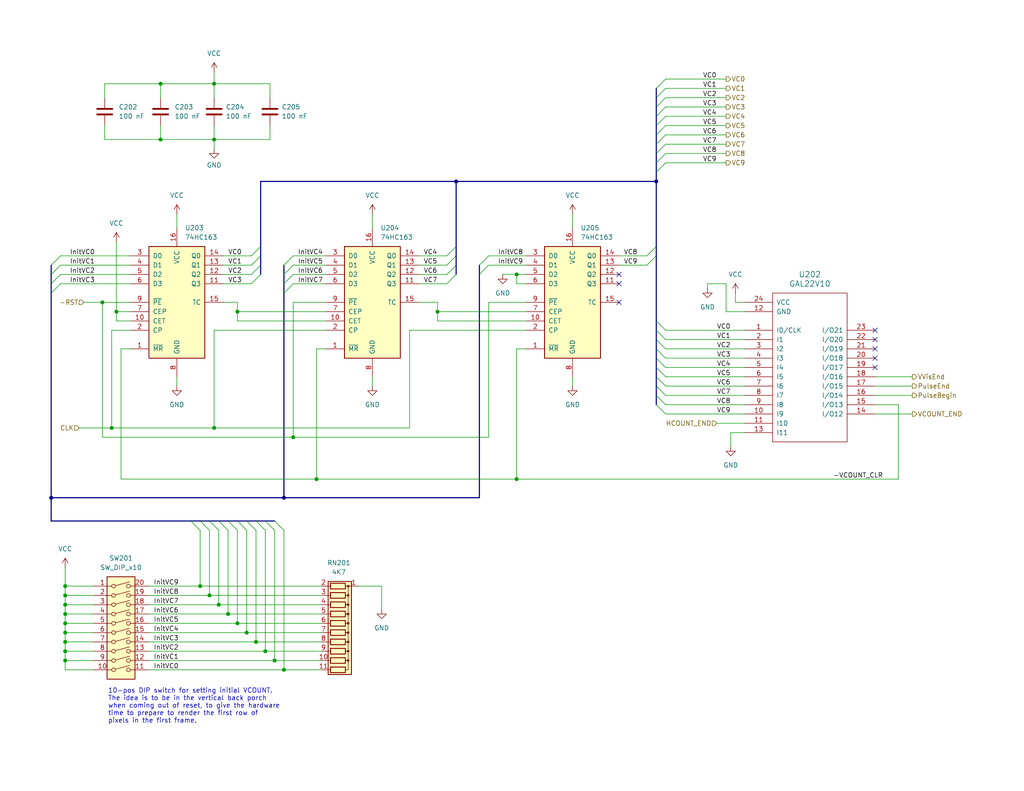
<source format=kicad_sch>
(kicad_sch (version 20231120) (generator "eeschema") (generator_version "8.0")
  (paper "USLetter")
  (title_block (title "Vertical count") (company "daveho hacks"))
  (lib_symbols
    (symbol "74xx:74LS163" (pin_names (offset 1.016))
      (property "Reference" "U" (at -7.62 16.51 0))
      (property "Value" "74LS163" (at -7.62 -16.51 0))
      (symbol "74LS163_1_0"
        (pin input line (at -12.7 -12.7 0) (length 5.08) (name "~{MR}") (number "1"))
        (pin input line (at -12.7 -5.08 0) (length 5.08) (name "CET") (number "10"))
        (pin output line (at 12.7 5.08 180) (length 5.08) (name "Q3") (number "11"))
        (pin output line (at 12.7 7.62 180) (length 5.08) (name "Q2") (number "12"))
        (pin output line (at 12.7 10.16 180) (length 5.08) (name "Q1") (number "13"))
        (pin output line (at 12.7 12.7 180) (length 5.08) (name "Q0") (number "14"))
        (pin output line (at 12.7 0 180) (length 5.08) (name "TC") (number "15"))
        (pin power_in line (at 0 20.32 270) (length 5.08) (name "VCC") (number "16"))
        (pin input line (at -12.7 -7.62 0) (length 5.08) (name "CP") (number "2"))
        (pin input line (at -12.7 12.7 0) (length 5.08) (name "D0") (number "3"))
        (pin input line (at -12.7 10.16 0) (length 5.08) (name "D1") (number "4"))
        (pin input line (at -12.7 7.62 0) (length 5.08) (name "D2") (number "5"))
        (pin input line (at -12.7 5.08 0) (length 5.08) (name "D3") (number "6"))
        (pin input line (at -12.7 -2.54 0) (length 5.08) (name "CEP") (number "7"))
        (pin power_in line (at 0 -20.32 90) (length 5.08) (name "GND") (number "8"))
        (pin input line (at -12.7 0 0) (length 5.08) (name "~{PE}") (number "9"))
      )
      (symbol "74LS163_1_1"
        (rectangle (start -7.62 15.24) (end 7.62 -15.24) (stroke (width 0.254)) (fill (type background)))
      )
    )
    (symbol "Device:C" (pin_numbers hide) (pin_names (offset 0.254))
      (property "Reference" "C" (at 0.635 2.54 0))
      (property "Value" "C" (at 0.635 -2.54 0))
      (symbol "C_0_1"
        (polyline (pts (xy -2.032 -0.762) (xy 2.032 -0.762)) (stroke (width 0.508)))
        (polyline (pts (xy -2.032 0.762) (xy 2.032 0.762)) (stroke (width 0.508)))
      )
      (symbol "C_1_1"
        (pin passive line (at 0 3.81 270) (length 2.794) (name "~") (number "1"))
        (pin passive line (at 0 -3.81 90) (length 2.794) (name "~") (number "2"))
      )
    )
    (symbol "Device:R_Network10" (pin_names (offset 0) hide)
      (property "Reference" "RN" (at -15.24 0 90))
      (property "Value" "R_Network10" (at 12.7 0 90))
      (symbol "R_Network10_0_1"
        (rectangle (start -13.97 -3.175) (end 11.43 3.175) (stroke (width 0.254)) (fill (type background)))
        (rectangle (start -13.462 1.524) (end -11.938 -2.54) (stroke (width 0.254)))
        (circle (center -12.7 2.286) (radius 0.254) (fill (type outline)))
        (rectangle (start -10.922 1.524) (end -9.398 -2.54) (stroke (width 0.254)))
        (circle (center -10.16 2.286) (radius 0.254) (fill (type outline)))
        (rectangle (start -8.382 1.524) (end -6.858 -2.54) (stroke (width 0.254)))
        (circle (center -7.62 2.286) (radius 0.254) (fill (type outline)))
        (rectangle (start -5.842 1.524) (end -4.318 -2.54) (stroke (width 0.254)))
        (circle (center -5.08 2.286) (radius 0.254) (fill (type outline)))
        (rectangle (start -3.302 1.524) (end -1.778 -2.54) (stroke (width 0.254)))
        (circle (center -2.54 2.286) (radius 0.254) (fill (type outline)))
        (rectangle (start -0.762 1.524) (end 0.762 -2.54) (stroke (width 0.254)))
        (polyline (pts (xy -12.7 -2.54) (xy -12.7 -3.81)))
        (polyline (pts (xy -10.16 -2.54) (xy -10.16 -3.81)))
        (polyline (pts (xy -7.62 -2.54) (xy -7.62 -3.81)))
        (polyline (pts (xy -5.08 -2.54) (xy -5.08 -3.81)))
        (polyline (pts (xy -2.54 -2.54) (xy -2.54 -3.81)))
        (polyline (pts (xy 0 -2.54) (xy 0 -3.81)))
        (polyline (pts (xy 2.54 -2.54) (xy 2.54 -3.81)))
        (polyline (pts (xy 5.08 -2.54) (xy 5.08 -3.81)))
        (polyline (pts (xy 7.62 -2.54) (xy 7.62 -3.81)))
        (polyline (pts (xy 10.16 -2.54) (xy 10.16 -3.81)))
        (polyline (pts (xy -12.7 1.524) (xy -12.7 2.286) (xy -10.16 2.286) (xy -10.16 1.524)))
        (polyline (pts (xy -10.16 1.524) (xy -10.16 2.286) (xy -7.62 2.286) (xy -7.62 1.524)))
        (polyline (pts (xy -7.62 1.524) (xy -7.62 2.286) (xy -5.08 2.286) (xy -5.08 1.524)))
        (polyline (pts (xy -5.08 1.524) (xy -5.08 2.286) (xy -2.54 2.286) (xy -2.54 1.524)))
        (polyline (pts (xy -2.54 1.524) (xy -2.54 2.286) (xy 0 2.286) (xy 0 1.524)))
        (polyline (pts (xy 0 1.524) (xy 0 2.286) (xy 2.54 2.286) (xy 2.54 1.524)))
        (polyline (pts (xy 2.54 1.524) (xy 2.54 2.286) (xy 5.08 2.286) (xy 5.08 1.524)))
        (polyline (pts (xy 5.08 1.524) (xy 5.08 2.286) (xy 7.62 2.286) (xy 7.62 1.524)))
        (polyline (pts (xy 7.62 1.524) (xy 7.62 2.286) (xy 10.16 2.286) (xy 10.16 1.524)))
        (circle (center 0 2.286) (radius 0.254) (fill (type outline)))
        (rectangle (start 1.778 1.524) (end 3.302 -2.54) (stroke (width 0.254)))
        (circle (center 2.54 2.286) (radius 0.254) (fill (type outline)))
        (rectangle (start 4.318 1.524) (end 5.842 -2.54) (stroke (width 0.254)))
        (circle (center 5.08 2.286) (radius 0.254) (fill (type outline)))
        (rectangle (start 6.858 1.524) (end 8.382 -2.54) (stroke (width 0.254)))
        (circle (center 7.62 2.286) (radius 0.254) (fill (type outline)))
        (rectangle (start 9.398 1.524) (end 10.922 -2.54) (stroke (width 0.254)))
      )
      (symbol "R_Network10_1_1"
        (pin passive line (at -12.7 5.08 270) (length 2.54) (name "common") (number "1"))
        (pin passive line (at 7.62 -5.08 90) (length 1.27) (name "R9") (number "10"))
        (pin passive line (at 10.16 -5.08 90) (length 1.27) (name "R10") (number "11"))
        (pin passive line (at -12.7 -5.08 90) (length 1.27) (name "R1") (number "2"))
        (pin passive line (at -10.16 -5.08 90) (length 1.27) (name "R2") (number "3"))
        (pin passive line (at -7.62 -5.08 90) (length 1.27) (name "R3") (number "4"))
        (pin passive line (at -5.08 -5.08 90) (length 1.27) (name "R4") (number "5"))
        (pin passive line (at -2.54 -5.08 90) (length 1.27) (name "R5") (number "6"))
        (pin passive line (at 0 -5.08 90) (length 1.27) (name "R6") (number "7"))
        (pin passive line (at 2.54 -5.08 90) (length 1.27) (name "R7") (number "8"))
        (pin passive line (at 5.08 -5.08 90) (length 1.27) (name "R8") (number "9"))
      )
    )
    (symbol "GND_1" (power) (pin_numbers hide) (pin_names (offset 0) hide)
      (property "Value" "GND" (at 0 -3.81 0))
      (symbol "GND_1_0_1"
        (polyline (pts (xy 0 0) (xy 0 -1.27) (xy 1.27 -1.27) (xy 0 -2.54) (xy -1.27 -1.27) (xy 0 -1.27)))
      )
      (symbol "GND_1_1_1"
        (pin power_in line (at 0 0 270) (length 0) (name "~") (number "1"))
      )
    )
    (symbol "GND_2" (power) (pin_numbers hide) (pin_names (offset 0) hide)
      (property "Value" "GND" (at 0 -3.81 0))
      (symbol "GND_2_0_1"
        (polyline (pts (xy 0 0) (xy 0 -1.27) (xy 1.27 -1.27) (xy 0 -2.54) (xy -1.27 -1.27) (xy 0 -1.27)))
      )
      (symbol "GND_2_1_1"
        (pin power_in line (at 0 0 270) (length 0) (name "~") (number "1"))
      )
    )
    (symbol "GND_3" (power) (pin_numbers hide) (pin_names (offset 0) hide)
      (property "Value" "GND" (at 0 -3.81 0))
      (symbol "GND_3_0_1"
        (polyline (pts (xy 0 0) (xy 0 -1.27) (xy 1.27 -1.27) (xy 0 -2.54) (xy -1.27 -1.27) (xy 0 -1.27)))
      )
      (symbol "GND_3_1_1"
        (pin power_in line (at 0 0 270) (length 0) (name "~") (number "1"))
      )
    )
    (symbol "GND_4" (power) (pin_numbers hide) (pin_names (offset 0) hide)
      (property "Value" "GND" (at 0 -3.81 0))
      (symbol "GND_4_0_1"
        (polyline (pts (xy 0 0) (xy 0 -1.27) (xy 1.27 -1.27) (xy 0 -2.54) (xy -1.27 -1.27) (xy 0 -1.27)))
      )
      (symbol "GND_4_1_1"
        (pin power_in line (at 0 0 270) (length 0) (name "~") (number "1"))
      )
    )
    (symbol "Switch:SW_DIP_x10" (pin_names (offset 0) hide)
      (property "Reference" "SW" (at 0 16.51 0))
      (property "Value" "SW_DIP_x10" (at 0 -13.97 0))
      (symbol "SW_DIP_x10_0_0"
        (circle (center -2.032 -10.16) (radius 0.508))
        (circle (center -2.032 -7.62) (radius 0.508))
        (circle (center -2.032 -5.08) (radius 0.508))
        (circle (center -2.032 -2.54) (radius 0.508))
        (circle (center -2.032 0) (radius 0.508))
        (circle (center -2.032 2.54) (radius 0.508))
        (circle (center -2.032 5.08) (radius 0.508))
        (circle (center -2.032 7.62) (radius 0.508))
        (circle (center -2.032 10.16) (radius 0.508))
        (circle (center -2.032 12.7) (radius 0.508))
        (polyline (pts (xy -1.524 -10.0076) (xy 2.3622 -8.9662)))
        (polyline (pts (xy -1.524 -7.4676) (xy 2.3622 -6.4262)))
        (polyline (pts (xy -1.524 -4.9276) (xy 2.3622 -3.8862)))
        (polyline (pts (xy -1.524 -2.3876) (xy 2.3622 -1.3462)))
        (polyline (pts (xy -1.524 0.127) (xy 2.3622 1.1684)))
        (polyline (pts (xy -1.524 2.667) (xy 2.3622 3.7084)))
        (polyline (pts (xy -1.524 5.207) (xy 2.3622 6.2484)))
        (polyline (pts (xy -1.524 7.747) (xy 2.3622 8.7884)))
        (polyline (pts (xy -1.524 10.287) (xy 2.3622 11.3284)))
        (polyline (pts (xy -1.524 12.827) (xy 2.3622 13.8684)))
        (circle (center 2.032 -10.16) (radius 0.508))
        (circle (center 2.032 -7.62) (radius 0.508))
        (circle (center 2.032 -5.08) (radius 0.508))
        (circle (center 2.032 -2.54) (radius 0.508))
        (circle (center 2.032 0) (radius 0.508))
        (circle (center 2.032 2.54) (radius 0.508))
        (circle (center 2.032 5.08) (radius 0.508))
        (circle (center 2.032 7.62) (radius 0.508))
        (circle (center 2.032 10.16) (radius 0.508))
        (circle (center 2.032 12.7) (radius 0.508))
      )
      (symbol "SW_DIP_x10_0_1"
        (rectangle (start -3.81 15.24) (end 3.81 -12.7) (stroke (width 0.254)) (fill (type background)))
      )
      (symbol "SW_DIP_x10_1_1"
        (pin passive line (at -7.62 12.7 0) (length 5.08) (name "~") (number "1"))
        (pin passive line (at -7.62 -10.16 0) (length 5.08) (name "~") (number "10"))
        (pin passive line (at 7.62 -10.16 180) (length 5.08) (name "~") (number "11"))
        (pin passive line (at 7.62 -7.62 180) (length 5.08) (name "~") (number "12"))
        (pin passive line (at 7.62 -5.08 180) (length 5.08) (name "~") (number "13"))
        (pin passive line (at 7.62 -2.54 180) (length 5.08) (name "~") (number "14"))
        (pin passive line (at 7.62 0 180) (length 5.08) (name "~") (number "15"))
        (pin passive line (at 7.62 2.54 180) (length 5.08) (name "~") (number "16"))
        (pin passive line (at 7.62 5.08 180) (length 5.08) (name "~") (number "17"))
        (pin passive line (at 7.62 7.62 180) (length 5.08) (name "~") (number "18"))
        (pin passive line (at 7.62 10.16 180) (length 5.08) (name "~") (number "19"))
        (pin passive line (at -7.62 10.16 0) (length 5.08) (name "~") (number "2"))
        (pin passive line (at 7.62 12.7 180) (length 5.08) (name "~") (number "20"))
        (pin passive line (at -7.62 7.62 0) (length 5.08) (name "~") (number "3"))
        (pin passive line (at -7.62 5.08 0) (length 5.08) (name "~") (number "4"))
        (pin passive line (at -7.62 2.54 0) (length 5.08) (name "~") (number "5"))
        (pin passive line (at -7.62 0 0) (length 5.08) (name "~") (number "6"))
        (pin passive line (at -7.62 -2.54 0) (length 5.08) (name "~") (number "7"))
        (pin passive line (at -7.62 -5.08 0) (length 5.08) (name "~") (number "8"))
        (pin passive line (at -7.62 -7.62 0) (length 5.08) (name "~") (number "9"))
      )
    )
    (symbol "VCC_1" (power) (pin_numbers hide) (pin_names (offset 0) hide)
      (property "Value" "VCC" (at 0 3.556 0))
      (symbol "VCC_1_0_1"
        (polyline (pts (xy -0.762 1.27) (xy 0 2.54)))
        (polyline (pts (xy 0 0) (xy 0 2.54)))
        (polyline (pts (xy 0 2.54) (xy 0.762 1.27)))
      )
      (symbol "VCC_1_1_1"
        (pin power_in line (at 0 0 90) (length 0) (name "~") (number "1"))
      )
    )
    (symbol "VCC_2" (power) (pin_numbers hide) (pin_names (offset 0) hide)
      (property "Value" "VCC" (at 0 3.556 0))
      (symbol "VCC_2_0_1"
        (polyline (pts (xy -0.762 1.27) (xy 0 2.54)))
        (polyline (pts (xy 0 0) (xy 0 2.54)))
        (polyline (pts (xy 0 2.54) (xy 0.762 1.27)))
      )
      (symbol "VCC_2_1_1"
        (pin power_in line (at 0 0 90) (length 0) (name "~") (number "1"))
      )
    )
    (symbol "power:GND" (power) (pin_names (offset 0))
      (property "Value" "GND" (at 0 -3.81 0))
      (symbol "GND_0_1"
        (polyline (pts (xy 0 0) (xy 0 -1.27) (xy 1.27 -1.27) (xy 0 -2.54) (xy -1.27 -1.27) (xy 0 -1.27)))
      )
      (symbol "GND_1_1"
        (pin power_in line (at 0 0 270) (length 0) hide (name "GND") (number "1"))
      )
    )
    (symbol "power:VCC" (power) (pin_names (offset 0))
      (property "Value" "VCC" (at 0 3.81 0))
      (symbol "VCC_0_1"
        (polyline (pts (xy -0.762 1.27) (xy 0 2.54)))
        (polyline (pts (xy 0 0) (xy 0 2.54)))
        (polyline (pts (xy 0 2.54) (xy 0.762 1.27)))
      )
      (symbol "VCC_1_1"
        (pin power_in line (at 0 0 90) (length 0) hide (name "VCC") (number "1"))
      )
    )
    (symbol "ya68k:GAL22V10" (pin_names (offset 1.016))
      (property "Reference" "U" (at -1.27 20.32 0))
      (property "Value" "GAL22V10" (at 0 -24.13 0))
      (symbol "GAL22V10_0_1"
        (rectangle (start -10.16 19.05) (end 10.16 -21.59))
      )
      (symbol "GAL22V10_1_1"
        (pin input line (at -17.78 8.89 0) (length 7.62) (name "I0/CLK") (number "1"))
        (pin input line (at -17.78 -13.97 0) (length 7.62) (name "I9") (number "10"))
        (pin input line (at -17.78 -16.51 0) (length 7.62) (name "I10") (number "11"))
        (pin power_in line (at -17.78 13.97 0) (length 7.62) (name "GND") (number "12"))
        (pin input line (at -17.78 -19.05 0) (length 7.62) (name "I11") (number "13"))
        (pin bidirectional line (at 17.78 -13.97 180) (length 7.62) (name "I/O12") (number "14"))
        (pin bidirectional line (at 17.78 -11.43 180) (length 7.62) (name "I/O13") (number "15"))
        (pin bidirectional line (at 17.78 -8.89 180) (length 7.62) (name "I/O14") (number "16"))
        (pin bidirectional line (at 17.78 -6.35 180) (length 7.62) (name "I/O15") (number "17"))
        (pin bidirectional line (at 17.78 -3.81 180) (length 7.62) (name "I/O16") (number "18"))
        (pin bidirectional line (at 17.78 -1.27 180) (length 7.62) (name "I/O17") (number "19"))
        (pin input line (at -17.78 6.35 0) (length 7.62) (name "I1") (number "2"))
        (pin bidirectional line (at 17.78 1.27 180) (length 7.62) (name "I/O18") (number "20"))
        (pin bidirectional line (at 17.78 3.81 180) (length 7.62) (name "I/O19") (number "21"))
        (pin bidirectional line (at 17.78 6.35 180) (length 7.62) (name "I/O20") (number "22"))
        (pin bidirectional line (at 17.78 8.89 180) (length 7.62) (name "I/O21") (number "23"))
        (pin power_in line (at -17.78 16.51 0) (length 7.62) (name "VCC") (number "24"))
        (pin input line (at -17.78 3.81 0) (length 7.62) (name "I2") (number "3"))
        (pin input line (at -17.78 1.27 0) (length 7.62) (name "I3") (number "4"))
        (pin input line (at -17.78 -1.27 0) (length 7.62) (name "I4") (number "5"))
        (pin input line (at -17.78 -3.81 0) (length 7.62) (name "I5") (number "6"))
        (pin input line (at -17.78 -6.35 0) (length 7.62) (name "I6") (number "7"))
        (pin input line (at -17.78 -8.89 0) (length 7.62) (name "I7") (number "8"))
        (pin input line (at -17.78 -11.43 0) (length 7.62) (name "I8") (number "9"))
      )
    )
  )
  (junction (at 179.07 49.53))
  (junction (at 58.42 22.86))
  (junction (at 69.85 175.26))
  (junction (at 17.78 170.18))
  (junction (at 124.46 49.53))
  (junction (at 64.77 85.09))
  (junction (at 140.97 74.93))
  (junction (at 17.78 165.1))
  (junction (at 59.69 165.1))
  (junction (at 43.815 22.86))
  (junction (at 17.78 172.72))
  (junction (at 86.36 130.81))
  (junction (at 13.97 135.89))
  (junction (at 30.48 116.84))
  (junction (at 62.23 167.64))
  (junction (at 17.78 177.8))
  (junction (at 72.39 177.8))
  (junction (at 67.31 172.72))
  (junction (at 43.815 38.1))
  (junction (at 119.38 85.09))
  (junction (at 64.77 170.18))
  (junction (at 58.42 116.84))
  (junction (at 74.93 180.34))
  (junction (at 80.01 119.38))
  (junction (at 17.78 162.56))
  (junction (at 57.15 162.56))
  (junction (at 140.97 130.81))
  (junction (at 17.78 160.02))
  (junction (at 17.78 175.26))
  (junction (at 77.47 182.88))
  (junction (at 17.78 180.34))
  (junction (at 27.94 82.55))
  (junction (at 77.47 135.89))
  (junction (at 54.61 160.02))
  (junction (at 31.75 85.09))
  (junction (at 17.78 167.64))
  (junction (at 58.42 38.1))
  (no_connect (at 238.76 92.71))
  (no_connect (at 168.91 82.55))
  (no_connect (at 168.91 77.47))
  (no_connect (at 238.76 100.33))
  (no_connect (at 168.91 74.93))
  (no_connect (at 238.76 97.79))
  (no_connect (at 238.76 95.25))
  (no_connect (at 238.76 90.17))
  (bus_entry (at 77.47 77.47) (size 2.54 -2.54))
  (bus_entry (at 179.07 105.41) (size 2.54 2.54))
  (bus_entry (at 77.47 74.93) (size 2.54 -2.54))
  (bus_entry (at 179.07 46.99) (size 2.54 -2.54))
  (bus_entry (at 130.81 74.93) (size 2.54 -2.54))
  (bus_entry (at 179.07 97.79) (size 2.54 2.54))
  (bus_entry (at 179.07 41.91) (size 2.54 -2.54))
  (bus_entry (at 62.23 142.24) (size 2.54 2.54))
  (bus_entry (at 52.07 142.24) (size 2.54 2.54))
  (bus_entry (at 179.07 110.49) (size 2.54 2.54))
  (bus_entry (at 72.39 142.24) (size 2.54 2.54))
  (bus_entry (at 64.77 142.24) (size 2.54 2.54))
  (bus_entry (at 179.07 36.83) (size 2.54 -2.54))
  (bus_entry (at 179.07 24.13) (size 2.54 -2.54))
  (bus_entry (at 68.58 69.85) (size 2.54 -2.54))
  (bus_entry (at 121.92 77.47) (size 2.54 -2.54))
  (bus_entry (at 179.07 90.17) (size 2.54 2.54))
  (bus_entry (at 77.47 72.39) (size 2.54 -2.54))
  (bus_entry (at 179.07 29.21) (size 2.54 -2.54))
  (bus_entry (at 74.93 142.24) (size 2.54 2.54))
  (bus_entry (at 179.07 31.75) (size 2.54 -2.54))
  (bus_entry (at 179.07 107.95) (size 2.54 2.54))
  (bus_entry (at 179.07 34.29) (size 2.54 -2.54))
  (bus_entry (at 121.92 72.39) (size 2.54 -2.54))
  (bus_entry (at 13.97 77.47) (size 2.54 -2.54))
  (bus_entry (at 179.07 39.37) (size 2.54 -2.54))
  (bus_entry (at 179.07 26.67) (size 2.54 -2.54))
  (bus_entry (at 179.07 87.63) (size 2.54 2.54))
  (bus_entry (at 121.92 69.85) (size 2.54 -2.54))
  (bus_entry (at 59.69 142.24) (size 2.54 2.54))
  (bus_entry (at 68.58 72.39) (size 2.54 -2.54))
  (bus_entry (at 77.47 80.01) (size 2.54 -2.54))
  (bus_entry (at 69.85 142.24) (size 2.54 2.54))
  (bus_entry (at 179.07 102.87) (size 2.54 2.54))
  (bus_entry (at 130.81 72.39) (size 2.54 -2.54))
  (bus_entry (at 54.61 142.24) (size 2.54 2.54))
  (bus_entry (at 176.53 72.39) (size 2.54 -2.54))
  (bus_entry (at 179.07 44.45) (size 2.54 -2.54))
  (bus_entry (at 57.15 142.24) (size 2.54 2.54))
  (bus_entry (at 121.92 74.93) (size 2.54 -2.54))
  (bus_entry (at 67.31 142.24) (size 2.54 2.54))
  (bus_entry (at 13.97 72.39) (size 2.54 -2.54))
  (bus_entry (at 176.53 69.85) (size 2.54 -2.54))
  (bus_entry (at 68.58 77.47) (size 2.54 -2.54))
  (bus_entry (at 13.97 74.93) (size 2.54 -2.54))
  (bus_entry (at 179.07 100.33) (size 2.54 2.54))
  (bus_entry (at 179.07 92.71) (size 2.54 2.54))
  (bus_entry (at 13.97 80.01) (size 2.54 -2.54))
  (bus_entry (at 68.58 74.93) (size 2.54 -2.54))
  (bus_entry (at 179.07 95.25) (size 2.54 2.54))
  (wire (pts (xy 72.39 144.78) (xy 72.39 177.8)))
  (wire (pts (xy 17.78 172.72) (xy 17.78 175.26)))
  (wire (pts (xy 33.02 130.81) (xy 86.36 130.81)))
  (wire (pts (xy 27.94 119.38) (xy 27.94 82.55)))
  (wire (pts (xy 119.38 82.55) (xy 119.38 85.09)))
  (bus (pts (xy 179.07 36.83) (xy 179.07 39.37)))
  (wire (pts (xy 181.61 92.71) (xy 203.2 92.71)))
  (wire (pts (xy 101.6 58.42) (xy 101.6 62.23)))
  (wire (pts (xy 17.78 175.26) (xy 25.4 175.26)))
  (wire (pts (xy 17.78 167.64) (xy 25.4 167.64)))
  (wire (pts (xy 114.3 74.93) (xy 121.92 74.93)))
  (wire (pts (xy 40.64 177.8) (xy 72.39 177.8)))
  (wire (pts (xy 86.36 95.25) (xy 88.9 95.25)))
  (wire (pts (xy 181.61 31.75) (xy 198.12 31.75)))
  (wire (pts (xy 40.64 182.88) (xy 77.47 182.88)))
  (bus (pts (xy 13.97 142.24) (xy 52.07 142.24)))
  (wire (pts (xy 30.48 90.17) (xy 35.56 90.17)))
  (bus (pts (xy 130.81 74.93) (xy 130.81 135.89)))
  (wire (pts (xy 198.12 85.09) (xy 203.2 85.09)))
  (wire (pts (xy 17.78 162.56) (xy 17.78 165.1)))
  (wire (pts (xy 245.11 110.49) (xy 245.11 130.81)))
  (wire (pts (xy 133.35 72.39) (xy 143.51 72.39)))
  (bus (pts (xy 67.31 142.24) (xy 69.85 142.24)))
  (wire (pts (xy 58.42 90.17) (xy 58.42 116.84)))
  (wire (pts (xy 40.64 165.1) (xy 59.69 165.1)))
  (wire (pts (xy 200.66 80.01) (xy 200.66 82.55)))
  (wire (pts (xy 111.76 116.84) (xy 58.42 116.84)))
  (bus (pts (xy 52.07 142.24) (xy 54.61 142.24)))
  (wire (pts (xy 17.78 160.02) (xy 17.78 162.56)))
  (wire (pts (xy 181.61 21.59) (xy 198.12 21.59)))
  (bus (pts (xy 77.47 72.39) (xy 77.47 74.93)))
  (wire (pts (xy 198.12 77.47) (xy 193.04 77.47)))
  (wire (pts (xy 238.76 102.87) (xy 248.92 102.87)))
  (wire (pts (xy 168.91 72.39) (xy 176.53 72.39)))
  (bus (pts (xy 64.77 142.24) (xy 67.31 142.24)))
  (wire (pts (xy 35.56 87.63) (xy 31.75 87.63)))
  (bus (pts (xy 124.46 67.31) (xy 124.46 69.85)))
  (wire (pts (xy 16.51 74.93) (xy 35.56 74.93)))
  (bus (pts (xy 179.07 92.71) (xy 179.07 95.25)))
  (bus (pts (xy 179.07 90.17) (xy 179.07 92.71)))
  (wire (pts (xy 80.01 74.93) (xy 88.9 74.93)))
  (wire (pts (xy 77.47 144.78) (xy 77.47 182.88)))
  (bus (pts (xy 13.97 135.89) (xy 77.47 135.89)))
  (wire (pts (xy 140.97 74.93) (xy 137.16 74.93)))
  (wire (pts (xy 114.3 77.47) (xy 121.92 77.47)))
  (wire (pts (xy 80.01 119.38) (xy 133.35 119.38)))
  (bus (pts (xy 62.23 142.24) (xy 64.77 142.24)))
  (wire (pts (xy 58.42 22.86) (xy 58.42 26.67)))
  (wire (pts (xy 27.94 82.55) (xy 35.56 82.55)))
  (wire (pts (xy 181.61 26.67) (xy 198.12 26.67)))
  (bus (pts (xy 71.12 74.93) (xy 71.12 72.39)))
  (wire (pts (xy 58.42 116.84) (xy 30.48 116.84)))
  (bus (pts (xy 71.12 49.53) (xy 124.46 49.53)))
  (bus (pts (xy 77.47 74.93) (xy 77.47 77.47)))
  (bus (pts (xy 71.12 69.85) (xy 71.12 67.31)))
  (bus (pts (xy 179.07 95.25) (xy 179.07 97.79)))
  (wire (pts (xy 195.58 115.57) (xy 203.2 115.57)))
  (wire (pts (xy 64.77 85.09) (xy 88.9 85.09)))
  (wire (pts (xy 16.51 69.85) (xy 35.56 69.85)))
  (bus (pts (xy 179.07 87.63) (xy 179.07 90.17)))
  (wire (pts (xy 88.9 87.63) (xy 64.77 87.63)))
  (wire (pts (xy 28.575 26.67) (xy 28.575 22.86)))
  (wire (pts (xy 203.2 82.55) (xy 200.66 82.55)))
  (wire (pts (xy 62.23 167.64) (xy 87.63 167.64)))
  (wire (pts (xy 80.01 69.85) (xy 88.9 69.85)))
  (wire (pts (xy 77.47 182.88) (xy 87.63 182.88)))
  (wire (pts (xy 33.02 95.25) (xy 35.56 95.25)))
  (wire (pts (xy 181.61 107.95) (xy 203.2 107.95)))
  (wire (pts (xy 74.93 144.78) (xy 74.93 180.34)))
  (wire (pts (xy 238.76 105.41) (xy 248.92 105.41)))
  (wire (pts (xy 17.78 172.72) (xy 25.4 172.72)))
  (wire (pts (xy 60.96 69.85) (xy 68.58 69.85)))
  (wire (pts (xy 59.69 144.78) (xy 59.69 165.1)))
  (wire (pts (xy 73.66 34.29) (xy 73.66 38.1)))
  (wire (pts (xy 140.97 130.81) (xy 140.97 95.25)))
  (bus (pts (xy 179.07 46.99) (xy 179.07 49.53)))
  (wire (pts (xy 143.51 87.63) (xy 119.38 87.63)))
  (wire (pts (xy 101.6 102.87) (xy 101.6 105.41)))
  (wire (pts (xy 80.01 72.39) (xy 88.9 72.39)))
  (wire (pts (xy 74.93 180.34) (xy 87.63 180.34)))
  (wire (pts (xy 17.78 170.18) (xy 25.4 170.18)))
  (wire (pts (xy 119.38 87.63) (xy 119.38 85.09)))
  (bus (pts (xy 179.07 39.37) (xy 179.07 41.91)))
  (wire (pts (xy 40.64 160.02) (xy 54.61 160.02)))
  (wire (pts (xy 73.66 22.86) (xy 58.42 22.86)))
  (wire (pts (xy 31.75 66.04) (xy 31.75 85.09)))
  (bus (pts (xy 179.07 107.95) (xy 179.07 110.49)))
  (wire (pts (xy 17.78 165.1) (xy 17.78 167.64)))
  (wire (pts (xy 60.96 74.93) (xy 68.58 74.93)))
  (bus (pts (xy 72.39 142.24) (xy 74.93 142.24)))
  (bus (pts (xy 179.07 97.79) (xy 179.07 100.33)))
  (wire (pts (xy 181.61 100.33) (xy 203.2 100.33)))
  (wire (pts (xy 48.26 58.42) (xy 48.26 62.23)))
  (wire (pts (xy 119.38 85.09) (xy 143.51 85.09)))
  (wire (pts (xy 40.64 170.18) (xy 64.77 170.18)))
  (bus (pts (xy 179.07 102.87) (xy 179.07 105.41)))
  (wire (pts (xy 21.59 116.84) (xy 30.48 116.84)))
  (wire (pts (xy 114.3 72.39) (xy 121.92 72.39)))
  (wire (pts (xy 97.79 160.02) (xy 104.14 160.02)))
  (wire (pts (xy 114.3 69.85) (xy 121.92 69.85)))
  (bus (pts (xy 57.15 142.24) (xy 59.69 142.24)))
  (bus (pts (xy 130.81 72.39) (xy 130.81 74.93)))
  (wire (pts (xy 25.4 182.88) (xy 17.78 182.88)))
  (wire (pts (xy 17.78 165.1) (xy 25.4 165.1)))
  (wire (pts (xy 28.575 34.29) (xy 28.575 38.1)))
  (wire (pts (xy 31.75 87.63) (xy 31.75 85.09)))
  (wire (pts (xy 181.61 36.83) (xy 198.12 36.83)))
  (wire (pts (xy 43.815 34.29) (xy 43.815 38.1)))
  (wire (pts (xy 67.31 144.78) (xy 67.31 172.72)))
  (wire (pts (xy 60.96 77.47) (xy 68.58 77.47)))
  (wire (pts (xy 59.69 165.1) (xy 87.63 165.1)))
  (wire (pts (xy 16.51 72.39) (xy 35.56 72.39)))
  (wire (pts (xy 199.39 118.11) (xy 199.39 121.92)))
  (wire (pts (xy 69.85 175.26) (xy 87.63 175.26)))
  (wire (pts (xy 143.51 77.47) (xy 140.97 77.47)))
  (bus (pts (xy 69.85 142.24) (xy 72.39 142.24)))
  (bus (pts (xy 13.97 80.01) (xy 13.97 135.89)))
  (wire (pts (xy 181.61 110.49) (xy 203.2 110.49)))
  (bus (pts (xy 179.07 24.13) (xy 179.07 26.67)))
  (wire (pts (xy 40.64 162.56) (xy 57.15 162.56)))
  (wire (pts (xy 168.91 69.85) (xy 176.53 69.85)))
  (bus (pts (xy 13.97 135.89) (xy 13.97 142.24)))
  (wire (pts (xy 133.35 69.85) (xy 143.51 69.85)))
  (wire (pts (xy 30.48 116.84) (xy 30.48 90.17)))
  (wire (pts (xy 245.11 130.81) (xy 140.97 130.81)))
  (wire (pts (xy 181.61 29.21) (xy 198.12 29.21)))
  (wire (pts (xy 67.31 172.72) (xy 87.63 172.72)))
  (wire (pts (xy 54.61 160.02) (xy 87.63 160.02)))
  (wire (pts (xy 143.51 90.17) (xy 111.76 90.17)))
  (wire (pts (xy 80.01 82.55) (xy 80.01 119.38)))
  (bus (pts (xy 71.12 67.31) (xy 71.12 49.53)))
  (wire (pts (xy 69.85 144.78) (xy 69.85 175.26)))
  (wire (pts (xy 60.96 72.39) (xy 68.58 72.39)))
  (wire (pts (xy 80.01 119.38) (xy 27.94 119.38)))
  (wire (pts (xy 73.66 38.1) (xy 58.42 38.1)))
  (wire (pts (xy 28.575 38.1) (xy 43.815 38.1)))
  (wire (pts (xy 62.23 144.78) (xy 62.23 167.64)))
  (wire (pts (xy 86.36 130.81) (xy 140.97 130.81)))
  (wire (pts (xy 181.61 41.91) (xy 198.12 41.91)))
  (wire (pts (xy 40.64 172.72) (xy 67.31 172.72)))
  (wire (pts (xy 156.21 58.42) (xy 156.21 62.23)))
  (wire (pts (xy 104.14 160.02) (xy 104.14 166.37)))
  (wire (pts (xy 16.51 77.47) (xy 35.56 77.47)))
  (wire (pts (xy 86.36 130.81) (xy 86.36 95.25)))
  (wire (pts (xy 64.77 170.18) (xy 87.63 170.18)))
  (bus (pts (xy 179.07 69.85) (xy 179.07 87.63)))
  (wire (pts (xy 88.9 82.55) (xy 80.01 82.55)))
  (wire (pts (xy 17.78 175.26) (xy 17.78 177.8)))
  (wire (pts (xy 17.78 177.8) (xy 17.78 180.34)))
  (wire (pts (xy 40.64 167.64) (xy 62.23 167.64)))
  (wire (pts (xy 28.575 22.86) (xy 43.815 22.86)))
  (wire (pts (xy 54.61 144.78) (xy 54.61 160.02)))
  (bus (pts (xy 179.07 100.33) (xy 179.07 102.87)))
  (bus (pts (xy 179.07 49.53) (xy 179.07 67.31)))
  (wire (pts (xy 60.96 82.55) (xy 64.77 82.55)))
  (bus (pts (xy 54.61 142.24) (xy 57.15 142.24)))
  (bus (pts (xy 124.46 49.53) (xy 124.46 67.31)))
  (wire (pts (xy 17.78 160.02) (xy 25.4 160.02)))
  (bus (pts (xy 124.46 49.53) (xy 179.07 49.53)))
  (wire (pts (xy 114.3 82.55) (xy 119.38 82.55)))
  (wire (pts (xy 58.42 38.1) (xy 58.42 40.64)))
  (wire (pts (xy 58.42 19.685) (xy 58.42 22.86)))
  (wire (pts (xy 198.12 85.09) (xy 198.12 77.47)))
  (wire (pts (xy 17.78 162.56) (xy 25.4 162.56)))
  (wire (pts (xy 181.61 97.79) (xy 203.2 97.79)))
  (wire (pts (xy 181.61 39.37) (xy 198.12 39.37)))
  (wire (pts (xy 17.78 180.34) (xy 25.4 180.34)))
  (bus (pts (xy 59.69 142.24) (xy 62.23 142.24)))
  (wire (pts (xy 40.64 175.26) (xy 69.85 175.26)))
  (wire (pts (xy 17.78 167.64) (xy 17.78 170.18)))
  (bus (pts (xy 179.07 31.75) (xy 179.07 34.29)))
  (wire (pts (xy 17.78 170.18) (xy 17.78 172.72)))
  (wire (pts (xy 181.61 102.87) (xy 203.2 102.87)))
  (wire (pts (xy 33.02 130.81) (xy 33.02 95.25)))
  (wire (pts (xy 133.35 82.55) (xy 143.51 82.55)))
  (wire (pts (xy 238.76 110.49) (xy 245.11 110.49)))
  (wire (pts (xy 22.86 82.55) (xy 27.94 82.55)))
  (wire (pts (xy 17.78 154.94) (xy 17.78 160.02)))
  (wire (pts (xy 238.76 113.03) (xy 248.92 113.03)))
  (wire (pts (xy 181.61 90.17) (xy 203.2 90.17)))
  (bus (pts (xy 179.07 67.31) (xy 179.07 69.85)))
  (wire (pts (xy 64.77 87.63) (xy 64.77 85.09)))
  (bus (pts (xy 179.07 44.45) (xy 179.07 46.99)))
  (wire (pts (xy 140.97 74.93) (xy 143.51 74.93)))
  (wire (pts (xy 35.56 85.09) (xy 31.75 85.09)))
  (wire (pts (xy 58.42 34.29) (xy 58.42 38.1)))
  (bus (pts (xy 77.47 77.47) (xy 77.47 80.01)))
  (wire (pts (xy 238.76 107.95) (xy 248.92 107.95)))
  (wire (pts (xy 181.61 24.13) (xy 198.12 24.13)))
  (bus (pts (xy 179.07 41.91) (xy 179.07 44.45)))
  (bus (pts (xy 179.07 26.67) (xy 179.07 29.21)))
  (wire (pts (xy 181.61 113.03) (xy 203.2 113.03)))
  (wire (pts (xy 17.78 177.8) (xy 25.4 177.8)))
  (wire (pts (xy 181.61 105.41) (xy 203.2 105.41)))
  (wire (pts (xy 57.15 144.78) (xy 57.15 162.56)))
  (bus (pts (xy 13.97 74.93) (xy 13.97 77.47)))
  (bus (pts (xy 77.47 135.89) (xy 130.81 135.89)))
  (bus (pts (xy 77.47 80.01) (xy 77.47 135.89)))
  (bus (pts (xy 179.07 105.41) (xy 179.07 107.95)))
  (wire (pts (xy 181.61 34.29) (xy 198.12 34.29)))
  (bus (pts (xy 124.46 69.85) (xy 124.46 72.39)))
  (wire (pts (xy 140.97 77.47) (xy 140.97 74.93)))
  (wire (pts (xy 181.61 44.45) (xy 198.12 44.45)))
  (wire (pts (xy 203.2 118.11) (xy 199.39 118.11)))
  (wire (pts (xy 64.77 82.55) (xy 64.77 85.09)))
  (wire (pts (xy 181.61 95.25) (xy 203.2 95.25)))
  (wire (pts (xy 80.01 77.47) (xy 88.9 77.47)))
  (wire (pts (xy 88.9 90.17) (xy 58.42 90.17)))
  (wire (pts (xy 140.97 95.25) (xy 143.51 95.25)))
  (wire (pts (xy 17.78 180.34) (xy 17.78 182.88)))
  (wire (pts (xy 111.76 90.17) (xy 111.76 116.84)))
  (wire (pts (xy 133.35 119.38) (xy 133.35 82.55)))
  (bus (pts (xy 179.07 29.21) (xy 179.07 31.75)))
  (wire (pts (xy 73.66 26.67) (xy 73.66 22.86)))
  (wire (pts (xy 193.04 77.47) (xy 193.04 78.74)))
  (bus (pts (xy 13.97 72.39) (xy 13.97 74.93)))
  (wire (pts (xy 57.15 162.56) (xy 87.63 162.56)))
  (wire (pts (xy 156.21 102.87) (xy 156.21 105.41)))
  (bus (pts (xy 124.46 72.39) (xy 124.46 74.93)))
  (bus (pts (xy 71.12 72.39) (xy 71.12 69.85)))
  (wire (pts (xy 43.815 22.86) (xy 43.815 26.67)))
  (wire (pts (xy 72.39 177.8) (xy 87.63 177.8)))
  (wire (pts (xy 40.64 180.34) (xy 74.93 180.34)))
  (wire (pts (xy 64.77 144.78) (xy 64.77 170.18)))
  (wire (pts (xy 43.815 38.1) (xy 58.42 38.1)))
  (wire (pts (xy 43.815 22.86) (xy 58.42 22.86)))
  (bus (pts (xy 179.07 34.29) (xy 179.07 36.83)))
  (bus (pts (xy 13.97 77.47) (xy 13.97 80.01)))
  (wire (pts (xy 48.26 102.87) (xy 48.26 105.41)))
  (text "10-pos DIP switch for setting initial VCOUNT.\nThe idea is to be in the vertical back porch\nwhen coming out of reset, to give the hardware\ntime to prepare to render the first row of\npixels in the first frame." (at 29.464 192.786 0) (effects (font (size 1.27 1.27)) (justify left)))
  (label "InitVC4" (at 41.91 172.72 0))
  (label "InitVC2" (at 41.91 177.8 0))
  (label "VC8" (at 191.77 41.91 0))
  (label "VC1" (at 195.58 92.71 0))
  (label "VC4" (at 195.58 100.33 0))
  (label "VC5" (at 115.57 72.39 0))
  (label "VC7" (at 115.57 77.47 0))
  (label "InitVC7" (at 81.28 77.47 0))
  (label "InitVC0" (at 19.05 69.85 0))
  (label "InitVC3" (at 19.05 77.47 0))
  (label "InitVC8" (at 41.91 162.56 0))
  (label "VC3" (at 191.77 29.21 0))
  (label "VC1" (at 191.77 24.13 0))
  (label "-VCOUNT_CLR" (at 227.33 130.81 0))
  (label "InitVC2" (at 19.05 74.93 0))
  (label "VC9" (at 191.77 44.45 0))
  (label "VC3" (at 195.58 97.79 0))
  (label "InitVC3" (at 41.91 175.26 0))
  (label "VC7" (at 195.58 107.95 0))
  (label "VC2" (at 191.77 26.67 0))
  (label "VC0" (at 62.23 69.85 0))
  (label "VC9" (at 170.18 72.39 0))
  (label "VC0" (at 195.58 90.17 0))
  (label "InitVC6" (at 81.28 74.93 0))
  (label "VC2" (at 195.58 95.25 0))
  (label "InitVC5" (at 81.28 72.39 0))
  (label "InitVC4" (at 81.28 69.85 0))
  (label "VC1" (at 62.23 72.39 0))
  (label "VC4" (at 115.57 69.85 0))
  (label "VC0" (at 191.77 21.59 0))
  (label "VC4" (at 191.77 31.75 0))
  (label "InitVC6" (at 41.91 167.64 0))
  (label "VC3" (at 62.23 77.47 0))
  (label "InitVC1" (at 19.05 72.39 0))
  (label "InitVC7" (at 41.91 165.1 0))
  (label "VC2" (at 62.23 74.93 0))
  (label "VC6" (at 195.58 105.41 0))
  (label "VC8" (at 170.18 69.85 0))
  (label "InitVC8" (at 135.89 69.85 0))
  (label "InitVC9" (at 135.89 72.39 0))
  (label "InitVC0" (at 41.91 182.88 0))
  (label "InitVC9" (at 41.91 160.02 0))
  (label "VC6" (at 115.57 74.93 0))
  (label "VC6" (at 191.77 36.83 0))
  (label "VC7" (at 191.77 39.37 0))
  (label "VC5" (at 191.77 34.29 0))
  (label "VC8" (at 195.58 110.49 0))
  (label "InitVC1" (at 41.91 180.34 0))
  (label "VC5" (at 195.58 102.87 0))
  (label "InitVC5" (at 41.91 170.18 0))
  (label "VC9" (at 195.58 113.03 0))
  (hierarchical_label "VC2" (shape output) (at 198.12 26.67 0))
  (hierarchical_label "VC9" (shape output) (at 198.12 44.45 0))
  (hierarchical_label "VC0" (shape output) (at 198.12 21.59 0))
  (hierarchical_label "VC7" (shape output) (at 198.12 39.37 0))
  (hierarchical_label "VVisEnd" (shape output) (at 248.92 102.87 0))
  (hierarchical_label "PulseEnd" (shape output) (at 248.92 105.41 0))
  (hierarchical_label "HCOUNT_END" (shape input) (at 195.58 115.57 180))
  (hierarchical_label "VC1" (shape output) (at 198.12 24.13 0))
  (hierarchical_label "CLK" (shape input) (at 21.59 116.84 180))
  (hierarchical_label "-RST" (shape input) (at 22.86 82.55 180))
  (hierarchical_label "VC4" (shape output) (at 198.12 31.75 0))
  (hierarchical_label "VC3" (shape output) (at 198.12 29.21 0))
  (hierarchical_label "VC8" (shape output) (at 198.12 41.91 0))
  (hierarchical_label "VC5" (shape output) (at 198.12 34.29 0))
  (hierarchical_label "PulseBegin" (shape output) (at 248.92 107.95 0))
  (hierarchical_label "VC6" (shape output) (at 198.12 36.83 0))
  (hierarchical_label "VCOUNT_END" (shape output) (at 248.92 113.03 0))
  (symbol (lib_id "power:VCC") (at 156.21 58.42 0) (unit 1)
    (property "Reference" "#PWR030" (effects (hide yes)))
    (property "Value" "VCC" (at 156.21 53.34 0))
  )
  (symbol (lib_name "GND_1") (lib_id "power:GND") (at 193.04 78.74 0) (unit 1)
    (property "Reference" "#PWR032" (effects (hide yes)))
    (property "Value" "GND" (at 193.04 83.82 0))
    (property "Description" "Power symbol creates a global label with name \"GND\" , ground" (effects (hide yes)))
  )
  (symbol (lib_name "VCC_2") (lib_id "power:VCC") (at 17.78 154.94 0) (unit 1)
    (property "Reference" "#PWR024" (effects (hide yes)))
    (property "Value" "VCC" (at 17.78 149.86 0))
    (property "Description" "Power symbol creates a global label with name \"VCC\"" (effects (hide yes)))
  )
  (symbol (lib_name "VCC_1") (lib_id "power:VCC") (at 200.66 80.01 0) (unit 1)
    (property "Reference" "#PWR033" (effects (hide yes)))
    (property "Value" "VCC" (at 200.66 74.93 0))
    (property "Description" "Power symbol creates a global label with name \"VCC\"" (effects (hide yes)))
  )
  (symbol (lib_id "74xx:74LS163") (at 156.21 82.55 0) (unit 1)
    (property "Reference" "U205" (at 158.4041 62.23 0) (effects (justify left)))
    (property "Value" "74HC163" (at 158.4041 64.77 0) (effects (justify left)))
    (property "Datasheet" "http://www.ti.com/lit/gpn/sn74LS163" (effects (hide yes)))
  )
  (symbol (lib_id "Device:C") (at 73.66 30.48 0) (unit 1)
    (property "Reference" "C205" (at 76.835 29.2099 0) (effects (justify left)))
    (property "Value" "100 nF" (at 76.835 31.7499 0) (effects (justify left)))
  )
  (symbol (lib_id "74xx:74LS163") (at 48.26 82.55 0) (unit 1)
    (property "Reference" "U203" (at 50.4541 62.23 0) (effects (justify left)))
    (property "Value" "74HC163" (at 50.4541 64.77 0) (effects (justify left)))
    (property "Datasheet" "http://www.ti.com/lit/gpn/sn74LS163" (effects (hide yes)))
  )
  (symbol (lib_name "GND_2") (lib_id "power:GND") (at 199.39 121.92 0) (unit 1)
    (property "Reference" "#PWR036" (effects (hide yes)))
    (property "Value" "GND" (at 199.39 127 0))
    (property "Description" "Power symbol creates a global label with name \"GND\" , ground" (effects (hide yes)))
  )
  (symbol (lib_id "power:VCC") (at 48.26 58.42 0) (unit 1)
    (property "Reference" "#PWR020" (effects (hide yes)))
    (property "Value" "VCC" (at 48.26 53.34 0))
  )
  (symbol (lib_id "power:GND") (at 48.26 105.41 0) (unit 1)
    (property "Reference" "#PWR021" (effects (hide yes)))
    (property "Value" "GND" (at 48.26 110.49 0))
  )
  (symbol (lib_id "power:VCC") (at 58.42 19.685 0) (unit 1)
    (property "Reference" "#PWR034" (effects (hide yes)))
    (property "Value" "VCC" (at 58.42 14.605 0))
  )
  (symbol (lib_id "power:GND") (at 58.42 40.64 0) (unit 1)
    (property "Reference" "#PWR035" (effects (hide yes)))
    (property "Value" "GND" (at 58.42 45.085 0))
  )
  (symbol (lib_id "Switch:SW_DIP_x10") (at 33.02 172.72 0) (unit 1)
    (property "Reference" "SW201" (at 33.02 152.4 0))
    (property "Value" "SW_DIP_x10" (at 33.02 154.94 0))
    (property "Description" "10x DIP Switch, Single Pole Single Throw (SPST) switch, small symbol" (effects (hide yes)))
  )
  (symbol (lib_id "Device:C") (at 28.575 30.48 0) (unit 1)
    (property "Reference" "C202" (at 32.385 29.2099 0) (effects (justify left)))
    (property "Value" "100 nF" (at 32.385 31.7499 0) (effects (justify left)))
  )
  (symbol (lib_id "power:GND") (at 156.21 105.41 0) (unit 1)
    (property "Reference" "#PWR031" (effects (hide yes)))
    (property "Value" "GND" (at 156.21 110.49 0))
  )
  (symbol (lib_id "power:VCC") (at 31.75 66.04 0) (unit 1)
    (property "Reference" "#PWR019" (effects (hide yes)))
    (property "Value" "VCC" (at 31.75 60.96 0))
  )
  (symbol (lib_id "power:GND") (at 101.6 105.41 0) (unit 1)
    (property "Reference" "#PWR027" (effects (hide yes)))
    (property "Value" "GND" (at 101.6 110.49 0))
  )
  (symbol (lib_id "ya68k:GAL22V10") (at 220.98 99.06 0) (unit 1)
    (property "Reference" "U202" (at 220.98 74.93 0) (effects (font (size 1.524 1.524))))
    (property "Value" "GAL22V10" (at 220.98 77.47 0) (effects (font (size 1.524 1.524))))
  )
  (symbol (lib_id "Device:R_Network10") (at 92.71 172.72 270) (unit 1)
    (property "Reference" "RN201" (at 92.456 153.67 90))
    (property "Value" "4K7" (at 92.456 156.21 90))
    (property "Footprint" "Resistor_THT:R_Array_SIP11" (effects (hide yes)))
    (property "Datasheet" "http://www.vishay.com/docs/31509/csc.pdf" (effects (hide yes)))
    (property "Description" "10 resistor network, star topology, bussed resistors, small symbol" (effects (hide yes)))
  )
  (symbol (lib_id "power:VCC") (at 101.6 58.42 0) (unit 1)
    (property "Reference" "#PWR026" (effects (hide yes)))
    (property "Value" "VCC" (at 101.6 53.34 0))
  )
  (symbol (lib_id "74xx:74LS163") (at 101.6 82.55 0) (unit 1)
    (property "Reference" "U204" (at 103.7941 62.23 0) (effects (justify left)))
    (property "Value" "74HC163" (at 103.7941 64.77 0) (effects (justify left)))
    (property "Datasheet" "http://www.ti.com/lit/gpn/sn74LS163" (effects (hide yes)))
  )
  (symbol (lib_name "GND_3") (lib_id "power:GND") (at 104.14 166.37 0) (unit 1)
    (property "Reference" "#PWR018" (effects (hide yes)))
    (property "Value" "GND" (at 104.14 171.45 0))
    (property "Description" "Power symbol creates a global label with name \"GND\" , ground" (effects (hide yes)))
  )
  (symbol (lib_name "GND_4") (lib_id "power:GND") (at 137.16 74.93 0) (unit 1)
    (property "Reference" "#PWR025" (effects (hide yes)))
    (property "Value" "GND" (at 137.16 80.01 0))
    (property "Description" "Power symbol creates a global label with name \"GND\" , ground" (effects (hide yes)))
  )
  (symbol (lib_id "Device:C") (at 58.42 30.48 0) (unit 1)
    (property "Reference" "C204" (at 61.595 29.2099 0) (effects (justify left)))
    (property "Value" "100 nF" (at 61.595 31.7499 0) (effects (justify left)))
  )
  (symbol (lib_id "Device:C") (at 43.815 30.48 0) (unit 1)
    (property "Reference" "C203" (at 47.625 29.2099 0) (effects (justify left)))
    (property "Value" "100 nF" (at 47.625 31.7499 0) (effects (justify left)))
  )
)
</source>
